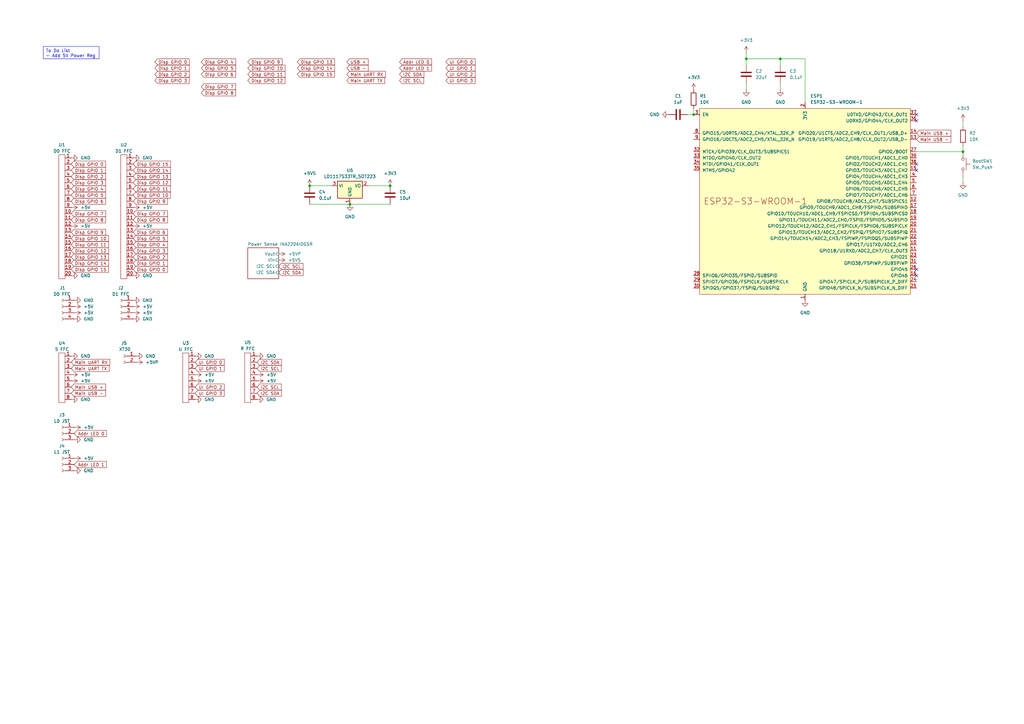
<source format=kicad_sch>
(kicad_sch (version 20231120) (generator "eeschema") (generator_version "8.0")
  (paper "A3")
  (lib_symbols
    (symbol "Connector:Conn_01x02_Socket" (pin_names (offset 1.016) hide)
      (property "Reference" "J" (at 0 2.54 0))
      (property "Value" "Conn_01x02_Socket" (at 0 -5.08 0))
      (symbol "Conn_01x02_Socket_1_1"
        (arc (start 0 -2.032) (mid -0.5058 -2.54) (end 0 -3.048) (stroke (width 0.1524)))
        (polyline (pts (xy -1.27 -2.54) (xy -0.508 -2.54)) (stroke (width 0.1524)))
        (polyline (pts (xy -1.27 0) (xy -0.508 0)) (stroke (width 0.1524)))
        (arc (start 0 0.508) (mid -0.5058 0) (end 0 -0.508) (stroke (width 0.1524)))
        (pin passive line (at -5.08 0 0) (length 3.81) (name "Pin_1") (number "1"))
        (pin passive line (at -5.08 -2.54 0) (length 3.81) (name "Pin_2") (number "2"))
      )
    )
    (symbol "Connector:Conn_01x03_Socket" (pin_names (offset 1.016) hide)
      (property "Reference" "J" (at 0 5.08 0))
      (property "Value" "Conn_01x03_Socket" (at 0 -5.08 0))
      (symbol "Conn_01x03_Socket_1_1"
        (arc (start 0 -2.032) (mid -0.5058 -2.54) (end 0 -3.048) (stroke (width 0.1524)))
        (polyline (pts (xy -1.27 -2.54) (xy -0.508 -2.54)) (stroke (width 0.1524)))
        (polyline (pts (xy -1.27 0) (xy -0.508 0)) (stroke (width 0.1524)))
        (polyline (pts (xy -1.27 2.54) (xy -0.508 2.54)) (stroke (width 0.1524)))
        (arc (start 0 0.508) (mid -0.5058 0) (end 0 -0.508) (stroke (width 0.1524)))
        (arc (start 0 3.048) (mid -0.5058 2.54) (end 0 2.032) (stroke (width 0.1524)))
        (pin passive line (at -5.08 2.54 0) (length 3.81) (name "Pin_1") (number "1"))
        (pin passive line (at -5.08 0 0) (length 3.81) (name "Pin_2") (number "2"))
        (pin passive line (at -5.08 -2.54 0) (length 3.81) (name "Pin_3") (number "3"))
      )
    )
    (symbol "Connector:Conn_01x04_Socket" (pin_names (offset 1.016) hide)
      (property "Reference" "J" (at 0 5.08 0))
      (property "Value" "Conn_01x04_Socket" (at 0 -7.62 0))
      (symbol "Conn_01x04_Socket_1_1"
        (arc (start 0 -4.572) (mid -0.5058 -5.08) (end 0 -5.588) (stroke (width 0.1524)))
        (arc (start 0 -2.032) (mid -0.5058 -2.54) (end 0 -3.048) (stroke (width 0.1524)))
        (polyline (pts (xy -1.27 -5.08) (xy -0.508 -5.08)) (stroke (width 0.1524)))
        (polyline (pts (xy -1.27 -2.54) (xy -0.508 -2.54)) (stroke (width 0.1524)))
        (polyline (pts (xy -1.27 0) (xy -0.508 0)) (stroke (width 0.1524)))
        (polyline (pts (xy -1.27 2.54) (xy -0.508 2.54)) (stroke (width 0.1524)))
        (arc (start 0 0.508) (mid -0.5058 0) (end 0 -0.508) (stroke (width 0.1524)))
        (arc (start 0 3.048) (mid -0.5058 2.54) (end 0 2.032) (stroke (width 0.1524)))
        (pin passive line (at -5.08 2.54 0) (length 3.81) (name "Pin_1") (number "1"))
        (pin passive line (at -5.08 0 0) (length 3.81) (name "Pin_2") (number "2"))
        (pin passive line (at -5.08 -2.54 0) (length 3.81) (name "Pin_3") (number "3"))
        (pin passive line (at -5.08 -5.08 0) (length 3.81) (name "Pin_4") (number "4"))
      )
    )
    (symbol "Device:C" (pin_numbers hide) (pin_names (offset 0.254))
      (property "Reference" "C" (at 0.635 2.54 0))
      (property "Value" "C" (at 0.635 -2.54 0))
      (symbol "C_0_1"
        (polyline (pts (xy -2.032 -0.762) (xy 2.032 -0.762)) (stroke (width 0.508)))
        (polyline (pts (xy -2.032 0.762) (xy 2.032 0.762)) (stroke (width 0.508)))
      )
      (symbol "C_1_1"
        (pin passive line (at 0 3.81 270) (length 2.794) (name "~") (number "1"))
        (pin passive line (at 0 -3.81 90) (length 2.794) (name "~") (number "2"))
      )
    )
    (symbol "Device:R" (pin_numbers hide) (pin_names (offset 0))
      (property "Reference" "R" (at 2.032 0 90))
      (property "Value" "R" (at 0 0 90))
      (symbol "R_0_1"
        (rectangle (start -1.016 -2.54) (end 1.016 2.54) (stroke (width 0.254)))
      )
      (symbol "R_1_1"
        (pin passive line (at 0 3.81 270) (length 1.27) (name "~") (number "1"))
        (pin passive line (at 0 -3.81 90) (length 1.27) (name "~") (number "2"))
      )
    )
    (symbol "FFC:FFC-20"
      (property "Reference" "U" (at 0 26.924 0))
      (symbol "FFC-20_0_1"
        (rectangle (start -1.27 25.4) (end 1.27 -25.4))
      )
      (symbol "FFC-20_1_1"
        (pin input line (at 3.81 24.13 180) (length 2.54) (name "") (number "1"))
        (pin input line (at 3.81 1.27 180) (length 2.54) (name "") (number "10"))
        (pin input line (at 3.81 -1.27 180) (length 2.54) (name "") (number "11"))
        (pin input line (at 3.81 -3.81 180) (length 2.54) (name "") (number "12"))
        (pin input line (at 3.81 -6.35 180) (length 2.54) (name "") (number "13"))
        (pin input line (at 3.81 -8.89 180) (length 2.54) (name "") (number "14"))
        (pin input line (at 3.81 -11.43 180) (length 2.54) (name "") (number "15"))
        (pin input line (at 3.81 -13.97 180) (length 2.54) (name "") (number "16"))
        (pin input line (at 3.81 -16.51 180) (length 2.54) (name "") (number "17"))
        (pin input line (at 3.81 -19.05 180) (length 2.54) (name "") (number "18"))
        (pin input line (at 3.81 -21.59 180) (length 2.54) (name "") (number "19"))
        (pin input line (at 3.81 21.59 180) (length 2.54) (name "") (number "2"))
        (pin input line (at 3.81 -24.13 180) (length 2.54) (name "") (number "20"))
        (pin input line (at 3.81 19.05 180) (length 2.54) (name "") (number "3"))
        (pin input line (at 3.81 16.51 180) (length 2.54) (name "") (number "4"))
        (pin input line (at 3.81 13.97 180) (length 2.54) (name "") (number "5"))
        (pin input line (at 3.81 11.43 180) (length 2.54) (name "") (number "6"))
        (pin input line (at 3.81 8.89 180) (length 2.54) (name "") (number "7"))
        (pin input line (at 3.81 6.35 180) (length 2.54) (name "") (number "8"))
        (pin input line (at 3.81 3.81 180) (length 2.54) (name "") (number "9"))
      )
    )
    (symbol "FFC:FFC-8"
      (property "Reference" "U" (at 0 11.684 0))
      (symbol "FFC-8_0_1"
        (rectangle (start -1.27 10.16) (end 1.27 -10.16))
      )
      (symbol "FFC-8_1_1"
        (pin input line (at 3.81 8.89 180) (length 2.54) (name "") (number "1"))
        (pin input line (at 3.81 6.35 180) (length 2.54) (name "") (number "2"))
        (pin input line (at 3.81 3.81 180) (length 2.54) (name "") (number "3"))
        (pin input line (at 3.81 1.27 180) (length 2.54) (name "") (number "4"))
        (pin input line (at 3.81 -1.27 180) (length 2.54) (name "") (number "5"))
        (pin input line (at 3.81 -3.81 180) (length 2.54) (name "") (number "6"))
        (pin input line (at 3.81 -6.35 180) (length 2.54) (name "") (number "7"))
        (pin input line (at 3.81 -8.89 180) (length 2.54) (name "") (number "8"))
      )
    )
    (symbol "PCM_Espressif:ESP32-S3-WROOM-1" (pin_names (offset 1.016))
      (property "Reference" "U" (at -43.18 43.18 0))
      (property "Value" "ESP32-S3-WROOM-1" (at -43.18 40.64 0))
      (symbol "ESP32-S3-WROOM-1_0_0"
        (text "ESP32-S3-WROOM-1" (at -20.32 0 0) (effects (font (size 2.54 2.54))))
        (pin power_in line (at 0 -40.64 90) (length 2.54) (name "GND") (number "1"))
        (pin bidirectional line (at 45.72 -17.78 180) (length 2.54) (name "GPIO17/U1TXD/ADC2_CH6") (number "10"))
        (pin bidirectional line (at 45.72 -20.32 180) (length 2.54) (name "GPIO18/U1RXD/ADC2_CH7/CLK_OUT3") (number "11"))
        (pin bidirectional line (at 45.72 0 180) (length 2.54) (name "GPIO8/TOUCH8/ADC1_CH7/SUBSPICS1") (number "12"))
        (pin bidirectional line (at 45.72 25.4 180) (length 2.54) (name "GPIO19/U1RTS/ADC2_CH8/CLK_OUT2/USB_D-") (number "13"))
        (pin bidirectional line (at 45.72 27.94 180) (length 2.54) (name "GPIO20/U1CTS/ADC2_CH9/CLK_OUT1/USB_D+") (number "14"))
        (pin bidirectional line (at 45.72 12.7 180) (length 2.54) (name "GPIO3/TOUCH3/ADC1_CH2") (number "15"))
        (pin bidirectional line (at 45.72 -30.48 180) (length 2.54) (name "GPIO46") (number "16"))
        (pin bidirectional line (at 45.72 -2.54 180) (length 2.54) (name "GPIO9/TOUCH9/ADC1_CH8/FSPIHD/SUBSPIHD") (number "17"))
        (pin bidirectional line (at 45.72 -5.08 180) (length 2.54) (name "GPIO10/TOUCH10/ADC1_CH9/FSPICS0/FSPIIO4/SUBSPICS0") (number "18"))
        (pin bidirectional line (at 45.72 -7.62 180) (length 2.54) (name "GPIO11/TOUCH11/ADC2_CH0/FSPID/FSPIIO5/SUBSPID") (number "19"))
        (pin power_in line (at 0 40.64 270) (length 2.54) (name "3V3") (number "2"))
        (pin bidirectional line (at 45.72 -10.16 180) (length 2.54) (name "GPIO12/TOUCH12/ADC2_CH1/FSPICLK/FSPIIO6/SUBSPICLK") (number "20"))
        (pin bidirectional line (at 45.72 -12.7 180) (length 2.54) (name "GPIO13/TOUCH13/ADC2_CH2/FSPIQ/FSPIIO7/SUBSPIQ") (number "21"))
        (pin bidirectional line (at 45.72 -15.24 180) (length 2.54) (name "GPIO14/TOUCH14/ADC2_CH3/FSPIWP/FSPIDQS/SUBSPIWP") (number "22"))
        (pin bidirectional line (at 45.72 -22.86 180) (length 2.54) (name "GPIO21") (number "23"))
        (pin bidirectional line (at 45.72 -33.02 180) (length 2.54) (name "GPIO47/SPICLK_P/SUBSPICLK_P_DIFF") (number "24"))
        (pin bidirectional line (at 45.72 -35.56 180) (length 2.54) (name "GPIO48/SPICLK_N/SUBSPICLK_N_DIFF") (number "25"))
        (pin bidirectional line (at 45.72 -27.94 180) (length 2.54) (name "GPIO45") (number "26"))
        (pin bidirectional line (at 45.72 20.32 180) (length 2.54) (name "GPIO0/BOOT") (number "27"))
        (pin bidirectional line (at -45.72 -30.48 0) (length 2.54) (name "SPIIO6/GPIO35/FSPID/SUBSPID") (number "28"))
        (pin bidirectional line (at -45.72 -33.02 0) (length 2.54) (name "SPIIO7/GPIO36/FSPICLK/SUBSPICLK") (number "29"))
        (pin input line (at -45.72 35.56 0) (length 2.54) (name "EN") (number "3"))
        (pin bidirectional line (at -45.72 -35.56 0) (length 2.54) (name "SPIDQS/GPIO37/FSPIQ/SUBSPIQ") (number "30"))
        (pin bidirectional line (at 45.72 -25.4 180) (length 2.54) (name "GPIO38/FSPIWP/SUBSPIWP") (number "31"))
        (pin bidirectional line (at -45.72 20.32 0) (length 2.54) (name "MTCK/GPIO39/CLK_OUT3/SUBSPICS1") (number "32"))
        (pin bidirectional line (at -45.72 17.78 0) (length 2.54) (name "MTDO/GPIO40/CLK_OUT2") (number "33"))
        (pin bidirectional line (at -45.72 15.24 0) (length 2.54) (name "MTDI/GPIO41/CLK_OUT1") (number "34"))
        (pin bidirectional line (at -45.72 12.7 0) (length 2.54) (name "MTMS/GPIO42") (number "35"))
        (pin bidirectional line (at 45.72 33.02 180) (length 2.54) (name "U0RXD/GPIO44/CLK_OUT2") (number "36"))
        (pin bidirectional line (at 45.72 35.56 180) (length 2.54) (name "U0TXD/GPIO43/CLK_OUT1") (number "37"))
        (pin bidirectional line (at 45.72 15.24 180) (length 2.54) (name "GPIO2/TOUCH2/ADC1_CH1") (number "38"))
        (pin bidirectional line (at 45.72 17.78 180) (length 2.54) (name "GPIO1/TOUCH1/ADC1_CH0") (number "39"))
        (pin bidirectional line (at 45.72 10.16 180) (length 2.54) (name "GPIO4/TOUCH4/ADC1_CH3") (number "4"))
        (pin passive line (at 0 -40.64 90) (length 2.54) hide (name "GND") (number "40"))
        (pin passive line (at 0 -40.64 90) (length 2.54) hide (name "GND") (number "41"))
        (pin bidirectional line (at 45.72 7.62 180) (length 2.54) (name "GPIO5/TOUCH5/ADC1_CH4") (number "5"))
        (pin bidirectional line (at 45.72 5.08 180) (length 2.54) (name "GPIO6/TOUCH6/ADC1_CH5") (number "6"))
        (pin bidirectional line (at 45.72 2.54 180) (length 2.54) (name "GPIO7/TOUCH7/ADC1_CH6") (number "7"))
        (pin bidirectional line (at -45.72 27.94 0) (length 2.54) (name "GPIO15/U0RTS/ADC2_CH4/XTAL_32K_P") (number "8"))
        (pin bidirectional line (at -45.72 25.4 0) (length 2.54) (name "GPIO16/U0CTS/ADC2_CH5/XTAL_32K_N") (number "9"))
      )
      (symbol "ESP32-S3-WROOM-1_0_1"
        (rectangle (start -43.18 38.1) (end 43.18 -38.1) (fill (type background)))
      )
    )
    (symbol "Regulator_Linear:LD1117S33TR_SOT223"
      (property "Reference" "U" (at -3.81 3.175 0))
      (property "Value" "LD1117S33TR_SOT223" (at 0 3.175 0))
      (symbol "LD1117S33TR_SOT223_0_1"
        (rectangle (start -5.08 -5.08) (end 5.08 1.905) (stroke (width 0.254)) (fill (type background)))
      )
      (symbol "LD1117S33TR_SOT223_1_1"
        (pin power_in line (at 0 -7.62 90) (length 2.54) (name "GND") (number "1"))
        (pin power_out line (at 7.62 0 180) (length 2.54) (name "VO") (number "2"))
        (pin power_in line (at -7.62 0 0) (length 2.54) (name "VI") (number "3"))
      )
    )
    (symbol "Switch:SW_Push" (pin_numbers hide) (pin_names (offset 1.016) hide)
      (property "Reference" "SW" (at 1.27 2.54 0))
      (property "Value" "SW_Push" (at 0 -1.524 0))
      (symbol "SW_Push_0_1"
        (circle (center -2.032 0) (radius 0.508))
        (polyline (pts (xy 0 1.27) (xy 0 3.048)))
        (polyline (pts (xy 2.54 1.27) (xy -2.54 1.27)))
        (circle (center 2.032 0) (radius 0.508))
        (pin passive line (at -5.08 0 0) (length 2.54) (name "1") (number "1"))
        (pin passive line (at 5.08 0 180) (length 2.54) (name "2") (number "2"))
      )
    )
    (symbol "power:+3V3" (power) (pin_numbers hide) (pin_names (offset 0) hide)
      (property "Value" "+3V3" (at 0 3.556 0))
      (symbol "+3V3_0_1"
        (polyline (pts (xy -0.762 1.27) (xy 0 2.54)))
        (polyline (pts (xy 0 0) (xy 0 2.54)))
        (polyline (pts (xy 0 2.54) (xy 0.762 1.27)))
      )
      (symbol "+3V3_1_1"
        (pin power_in line (at 0 0 90) (length 0) (name "~") (number "1"))
      )
    )
    (symbol "power:+5V" (power) (pin_numbers hide) (pin_names (offset 0) hide)
      (property "Value" "+5V" (at 0 3.556 0))
      (symbol "+5V_0_1"
        (polyline (pts (xy -0.762 1.27) (xy 0 2.54)))
        (polyline (pts (xy 0 0) (xy 0 2.54)))
        (polyline (pts (xy 0 2.54) (xy 0.762 1.27)))
      )
      (symbol "+5V_1_1"
        (pin power_in line (at 0 0 90) (length 0) (name "~") (number "1"))
      )
    )
    (symbol "power:+5VP" (power) (pin_numbers hide) (pin_names (offset 0) hide)
      (property "Value" "+5VP" (at 0 3.556 0))
      (symbol "+5VP_0_1"
        (polyline (pts (xy -0.762 1.27) (xy 0 2.54)))
        (polyline (pts (xy 0 0) (xy 0 2.54)))
        (polyline (pts (xy 0 2.54) (xy 0.762 1.27)))
      )
      (symbol "+5VP_1_1"
        (pin power_in line (at 0 0 90) (length 0) (name "~") (number "1"))
      )
    )
    (symbol "power:GND" (power) (pin_numbers hide) (pin_names (offset 0) hide)
      (property "Value" "GND" (at 0 -3.81 0))
      (symbol "GND_0_1"
        (polyline (pts (xy 0 0) (xy 0 -1.27) (xy 1.27 -1.27) (xy 0 -2.54) (xy -1.27 -1.27) (xy 0 -1.27)))
      )
      (symbol "GND_1_1"
        (pin power_in line (at 0 0 270) (length 0) (name "~") (number "1"))
      )
    )
  )
  (junction (at 160.02 76.2))
  (junction (at 306.07 24.13))
  (junction (at 394.97 62.23))
  (junction (at 127 76.2))
  (junction (at 143.51 83.82))
  (junction (at 284.48 46.99))
  (junction (at 320.04 24.13))
  (no_connect (at 375.92 46.99))
  (no_connect (at 375.92 69.85))
  (no_connect (at 375.92 67.31))
  (no_connect (at 375.92 110.49))
  (no_connect (at 375.92 49.53))
  (no_connect (at 375.92 113.03))
  (wire (pts (xy 306.07 21.59) (xy 306.07 24.13)))
  (wire (pts (xy 284.48 44.45) (xy 284.48 46.99)))
  (wire (pts (xy 320.04 34.29) (xy 320.04 36.83)))
  (wire (pts (xy 394.97 49.53) (xy 394.97 52.07)))
  (wire (pts (xy 281.94 46.99) (xy 284.48 46.99)))
  (wire (pts (xy 375.92 62.23) (xy 394.97 62.23)))
  (wire (pts (xy 394.97 59.69) (xy 394.97 62.23)))
  (wire (pts (xy 306.07 24.13) (xy 306.07 26.67)))
  (wire (pts (xy 143.51 83.82) (xy 160.02 83.82)))
  (wire (pts (xy 306.07 24.13) (xy 320.04 24.13)))
  (wire (pts (xy 330.2 24.13) (xy 330.2 41.91)))
  (wire (pts (xy 127 76.2) (xy 135.89 76.2)))
  (wire (pts (xy 127 83.82) (xy 143.51 83.82)))
  (wire (pts (xy 394.97 74.93) (xy 394.97 72.39)))
  (wire (pts (xy 320.04 24.13) (xy 330.2 24.13)))
  (wire (pts (xy 306.07 34.29) (xy 306.07 36.83)))
  (wire (pts (xy 320.04 24.13) (xy 320.04 26.67)))
  (wire (pts (xy 151.13 76.2) (xy 160.02 76.2)))
  (text_box "To Do List\n- Add 5V Power Reg" (at 17.78 19.05 0) (size 22.86 5.08) (effects (font (size 1.27 1.27)) (justify left top)))
  (global_label "Disp GPIO 6" (shape input) (at 29.21 82.55 0) (property "Intersheetrefs" "${INTERSHEET_REFS}" (effects (hide yes))))
  (global_label "Disp GPIO 6" (shape input) (at 54.61 95.25 0) (property "Intersheetrefs" "${INTERSHEET_REFS}" (effects (hide yes))))
  (global_label "Disp GPIO 10" (shape input) (at 29.21 97.79 0) (property "Intersheetrefs" "${INTERSHEET_REFS}" (effects (hide yes))))
  (global_label "Addr LED 1" (shape input) (at 163.83 27.94 0) (property "Intersheetrefs" "${INTERSHEET_REFS}" (effects (hide yes))))
  (global_label "Disp GPIO 5" (shape input) (at 54.61 97.79 0) (property "Intersheetrefs" "${INTERSHEET_REFS}" (effects (hide yes))))
  (global_label "Disp GPIO 3" (shape input) (at 29.21 74.93 0) (property "Intersheetrefs" "${INTERSHEET_REFS}" (effects (hide yes))))
  (global_label "Disp GPIO 0" (shape input) (at 29.21 67.31 0) (property "Intersheetrefs" "${INTERSHEET_REFS}" (effects (hide yes))))
  (global_label "Disp GPIO 9" (shape input) (at 29.21 95.25 0) (property "Intersheetrefs" "${INTERSHEET_REFS}" (effects (hide yes))))
  (global_label "Disp GPIO 0" (shape input) (at 63.5 25.4 0) (property "Intersheetrefs" "${INTERSHEET_REFS}" (effects (hide yes))))
  (global_label "UI GPIO 3" (shape input) (at 182.88 33.02 0) (property "Intersheetrefs" "${INTERSHEET_REFS}" (effects (hide yes))))
  (global_label "Addr LED 0" (shape input) (at 30.48 177.8 0) (property "Intersheetrefs" "${INTERSHEET_REFS}" (effects (hide yes))))
  (global_label "Disp GPIO 12" (shape input) (at 29.21 102.87 0) (property "Intersheetrefs" "${INTERSHEET_REFS}" (effects (hide yes))))
  (global_label "Disp GPIO 1" (shape input) (at 29.21 69.85 0) (property "Intersheetrefs" "${INTERSHEET_REFS}" (effects (hide yes))))
  (global_label "Disp GPIO 3" (shape input) (at 54.61 102.87 0) (property "Intersheetrefs" "${INTERSHEET_REFS}" (effects (hide yes))))
  (global_label "Disp GPIO 15" (shape input) (at 29.21 110.49 0) (property "Intersheetrefs" "${INTERSHEET_REFS}" (effects (hide yes))))
  (global_label "Disp GPIO 10" (shape input) (at 54.61 80.01 0) (property "Intersheetrefs" "${INTERSHEET_REFS}" (effects (hide yes))))
  (global_label "Disp GPIO 12" (shape input) (at 54.61 74.93 0) (property "Intersheetrefs" "${INTERSHEET_REFS}" (effects (hide yes))))
  (global_label "Disp GPIO 7" (shape input) (at 82.55 35.56 0) (property "Intersheetrefs" "${INTERSHEET_REFS}" (effects (hide yes))))
  (global_label "Disp GPIO 1" (shape input) (at 54.61 107.95 0) (property "Intersheetrefs" "${INTERSHEET_REFS}" (effects (hide yes))))
  (global_label "I2C SCL" (shape input) (at 114.3 109.22 0) (property "Intersheetrefs" "${INTERSHEET_REFS}" (effects (hide yes))))
  (global_label "USB -" (shape input) (at 142.24 27.94 0) (property "Intersheetrefs" "${INTERSHEET_REFS}" (effects (hide yes))))
  (global_label "Main USB -" (shape input) (at 29.21 161.29 0) (property "Intersheetrefs" "${INTERSHEET_REFS}" (effects (hide yes))))
  (global_label "Disp GPIO 4" (shape input) (at 82.55 25.4 0) (property "Intersheetrefs" "${INTERSHEET_REFS}" (effects (hide yes))))
  (global_label "Disp GPIO 5" (shape input) (at 29.21 80.01 0) (property "Intersheetrefs" "${INTERSHEET_REFS}" (effects (hide yes))))
  (global_label "UI GPIO 0" (shape input) (at 182.88 25.4 0) (property "Intersheetrefs" "${INTERSHEET_REFS}" (effects (hide yes))))
  (global_label "Disp GPIO 11" (shape input) (at 29.21 100.33 0) (property "Intersheetrefs" "${INTERSHEET_REFS}" (effects (hide yes))))
  (global_label "UI GPIO 2" (shape input) (at 80.01 158.75 0) (property "Intersheetrefs" "${INTERSHEET_REFS}" (effects (hide yes))))
  (global_label "Disp GPIO 2" (shape input) (at 63.5 30.48 0) (property "Intersheetrefs" "${INTERSHEET_REFS}" (effects (hide yes))))
  (global_label "Disp GPIO 9" (shape input) (at 54.61 82.55 0) (property "Intersheetrefs" "${INTERSHEET_REFS}" (effects (hide yes))))
  (global_label "Disp GPIO 6" (shape input) (at 82.55 30.48 0) (property "Intersheetrefs" "${INTERSHEET_REFS}" (effects (hide yes))))
  (global_label "Disp GPIO 9" (shape input) (at 101.6 25.4 0) (property "Intersheetrefs" "${INTERSHEET_REFS}" (effects (hide yes))))
  (global_label "I2C SDA" (shape input) (at 105.41 161.29 0) (property "Intersheetrefs" "${INTERSHEET_REFS}" (effects (hide yes))))
  (global_label "Disp GPIO 2" (shape input) (at 29.21 72.39 0) (property "Intersheetrefs" "${INTERSHEET_REFS}" (effects (hide yes))))
  (global_label "Disp GPIO 14" (shape input) (at 54.61 69.85 0) (property "Intersheetrefs" "${INTERSHEET_REFS}" (effects (hide yes))))
  (global_label "I2C SDA" (shape input) (at 114.3 111.76 0) (property "Intersheetrefs" "${INTERSHEET_REFS}" (effects (hide yes))))
  (global_label "UI GPIO 0" (shape input) (at 80.01 148.59 0) (property "Intersheetrefs" "${INTERSHEET_REFS}" (effects (hide yes))))
  (global_label "Disp GPIO 3" (shape input) (at 63.5 33.02 0) (property "Intersheetrefs" "${INTERSHEET_REFS}" (effects (hide yes))))
  (global_label "I2C SDA" (shape input) (at 163.83 30.48 0) (property "Intersheetrefs" "${INTERSHEET_REFS}" (effects (hide yes))))
  (global_label "Addr LED 1" (shape input) (at 30.48 190.5 0) (property "Intersheetrefs" "${INTERSHEET_REFS}" (effects (hide yes))))
  (global_label "Main USB +" (shape input) (at 375.92 54.61 0) (property "Intersheetrefs" "${INTERSHEET_REFS}" (effects (hide yes))))
  (global_label "Main UART RX" (shape input) (at 29.21 148.59 0) (property "Intersheetrefs" "${INTERSHEET_REFS}" (effects (hide yes))))
  (global_label "Disp GPIO 4" (shape input) (at 29.21 77.47 0) (property "Intersheetrefs" "${INTERSHEET_REFS}" (effects (hide yes))))
  (global_label "I2C SDA" (shape input) (at 105.41 148.59 0) (property "Intersheetrefs" "${INTERSHEET_REFS}" (effects (hide yes))))
  (global_label "Main UART TX" (shape input) (at 29.21 151.13 0) (property "Intersheetrefs" "${INTERSHEET_REFS}" (effects (hide yes))))
  (global_label "Disp GPIO 10" (shape input) (at 101.6 27.94 0) (property "Intersheetrefs" "${INTERSHEET_REFS}" (effects (hide yes))))
  (global_label "I2C SCL" (shape input) (at 163.83 33.02 0) (property "Intersheetrefs" "${INTERSHEET_REFS}" (effects (hide yes))))
  (global_label "Disp GPIO 1" (shape input) (at 63.5 27.94 0) (property "Intersheetrefs" "${INTERSHEET_REFS}" (effects (hide yes))))
  (global_label "UI GPIO 3" (shape input) (at 80.01 161.29 0) (property "Intersheetrefs" "${INTERSHEET_REFS}" (effects (hide yes))))
  (global_label "Disp GPIO 2" (shape input) (at 54.61 105.41 0) (property "Intersheetrefs" "${INTERSHEET_REFS}" (effects (hide yes))))
  (global_label "UI GPIO 1" (shape input) (at 182.88 27.94 0) (property "Intersheetrefs" "${INTERSHEET_REFS}" (effects (hide yes))))
  (global_label "Disp GPIO 15" (shape input) (at 121.92 30.48 0) (property "Intersheetrefs" "${INTERSHEET_REFS}" (effects (hide yes))))
  (global_label "I2C SCL" (shape input) (at 105.41 151.13 0) (property "Intersheetrefs" "${INTERSHEET_REFS}" (effects (hide yes))))
  (global_label "Main UART RX" (shape input) (at 142.24 30.48 0) (property "Intersheetrefs" "${INTERSHEET_REFS}" (effects (hide yes))))
  (global_label "UI GPIO 1" (shape input) (at 80.01 151.13 0) (property "Intersheetrefs" "${INTERSHEET_REFS}" (effects (hide yes))))
  (global_label "Disp GPIO 14" (shape input) (at 29.21 107.95 0) (property "Intersheetrefs" "${INTERSHEET_REFS}" (effects (hide yes))))
  (global_label "Disp GPIO 15" (shape input) (at 54.61 67.31 0) (property "Intersheetrefs" "${INTERSHEET_REFS}" (effects (hide yes))))
  (global_label "Disp GPIO 13" (shape input) (at 29.21 105.41 0) (property "Intersheetrefs" "${INTERSHEET_REFS}" (effects (hide yes))))
  (global_label "I2C SCL" (shape input) (at 105.41 158.75 0) (property "Intersheetrefs" "${INTERSHEET_REFS}" (effects (hide yes))))
  (global_label "Disp GPIO 13" (shape input) (at 54.61 72.39 0) (property "Intersheetrefs" "${INTERSHEET_REFS}" (effects (hide yes))))
  (global_label "Main USB +" (shape input) (at 29.21 158.75 0) (property "Intersheetrefs" "${INTERSHEET_REFS}" (effects (hide yes))))
  (global_label "Disp GPIO 0" (shape input) (at 54.61 110.49 0) (property "Intersheetrefs" "${INTERSHEET_REFS}" (effects (hide yes))))
  (global_label "Disp GPIO 8" (shape input) (at 82.55 38.1 0) (property "Intersheetrefs" "${INTERSHEET_REFS}" (effects (hide yes))))
  (global_label "Addr LED 0" (shape input) (at 163.83 25.4 0) (property "Intersheetrefs" "${INTERSHEET_REFS}" (effects (hide yes))))
  (global_label "Disp GPIO 14" (shape input) (at 121.92 27.94 0) (property "Intersheetrefs" "${INTERSHEET_REFS}" (effects (hide yes))))
  (global_label "Disp GPIO 13" (shape input) (at 121.92 25.4 0) (property "Intersheetrefs" "${INTERSHEET_REFS}" (effects (hide yes))))
  (global_label "Disp GPIO 11" (shape input) (at 101.6 30.48 0) (property "Intersheetrefs" "${INTERSHEET_REFS}" (effects (hide yes))))
  (global_label "Disp GPIO 11" (shape input) (at 54.61 77.47 0) (property "Intersheetrefs" "${INTERSHEET_REFS}" (effects (hide yes))))
  (global_label "USB +" (shape input) (at 142.24 25.4 0) (property "Intersheetrefs" "${INTERSHEET_REFS}" (effects (hide yes))))
  (global_label "UI GPIO 2" (shape input) (at 182.88 30.48 0) (property "Intersheetrefs" "${INTERSHEET_REFS}" (effects (hide yes))))
  (global_label "Disp GPIO 8" (shape input) (at 29.21 90.17 0) (property "Intersheetrefs" "${INTERSHEET_REFS}" (effects (hide yes))))
  (global_label "Disp GPIO 7" (shape input) (at 29.21 87.63 0) (property "Intersheetrefs" "${INTERSHEET_REFS}" (effects (hide yes))))
  (global_label "Disp GPIO 4" (shape input) (at 54.61 100.33 0) (property "Intersheetrefs" "${INTERSHEET_REFS}" (effects (hide yes))))
  (global_label "Main USB -" (shape input) (at 375.92 57.15 0) (property "Intersheetrefs" "${INTERSHEET_REFS}" (effects (hide yes))))
  (global_label "Disp GPIO 12" (shape input) (at 101.6 33.02 0) (property "Intersheetrefs" "${INTERSHEET_REFS}" (effects (hide yes))))
  (global_label "Disp GPIO 5" (shape input) (at 82.55 27.94 0) (property "Intersheetrefs" "${INTERSHEET_REFS}" (effects (hide yes))))
  (global_label "Disp GPIO 8" (shape input) (at 54.61 90.17 0) (property "Intersheetrefs" "${INTERSHEET_REFS}" (effects (hide yes))))
  (global_label "Disp GPIO 7" (shape input) (at 54.61 87.63 0) (property "Intersheetrefs" "${INTERSHEET_REFS}" (effects (hide yes))))
  (global_label "Main UART TX" (shape input) (at 142.24 33.02 0) (property "Intersheetrefs" "${INTERSHEET_REFS}" (effects (hide yes))))
  (symbol (lib_id "power:+3V3") (at 306.07 21.59 0) (unit 1)
    (property "Reference" "#PWR011" (effects (hide yes)))
    (property "Value" "+3V3" (at 306.07 16.51 0))
    (property "Description" "Power symbol creates a global label with name \"+3V3\"" (effects (hide yes)))
  )
  (symbol (lib_id "FFC:FFC-20") (at 50.8 88.9 0) (unit 1)
    (property "Reference" "U2" (at 50.8 59.436 0))
    (property "Value" "D1 FFC" (at 50.8 61.976 0))
    (property "Footprint" "FFC:FFC-20-0.5" (effects (hide yes)))
  )
  (symbol (lib_id "power:+5VP") (at 114.3 104.14 270) (unit 1)
    (property "Reference" "#PWR046" (effects (hide yes)))
    (property "Value" "+5VP" (at 118.11 104.1399 90) (effects (justify left)))
    (property "Description" "Power symbol creates a global label with name \"+5VP\"" (effects (hide yes)))
  )
  (symbol (lib_id "FFC:FFC-20") (at 25.4 88.9 0) (unit 1)
    (property "Reference" "U1" (at 25.4 59.436 0))
    (property "Value" "D0 FFC" (at 25.4 61.976 0))
    (property "Footprint" "FFC:FFC-20-0.5" (effects (hide yes)))
  )
  (symbol (lib_id "Connector:Conn_01x02_Socket") (at 50.8 146.05 0) (mirror y) (unit 1)
    (property "Reference" "J5" (at 52.07 140.716 0) (effects (justify left)))
    (property "Value" "XT30" (at 53.594 143.256 0) (effects (justify left)))
    (property "Footprint" "Connector_AMASS:AMASS_XT30U-M_1x02_P5.0mm_Vertical" (effects (hide yes)))
    (property "Description" "Generic connector, single row, 01x02, script generated" (effects (hide yes)))
  )
  (symbol (lib_id "power:GND") (at 30.48 180.34 90) (unit 1)
    (property "Reference" "#PWR041" (effects (hide yes)))
    (property "Value" "GND" (at 34.29 180.3399 90) (effects (justify right)))
    (property "Description" "Power symbol creates a global label with name \"GND\" , ground" (effects (hide yes)))
  )
  (symbol (lib_id "Device:R") (at 394.97 55.88 0) (unit 1)
    (property "Reference" "R2" (at 397.51 54.6099 0) (effects (justify left)))
    (property "Value" "10K" (at 397.51 57.1499 0) (effects (justify left)))
    (property "Footprint" "Resistor_SMD:R_0603_1608Metric" (effects (hide yes)))
    (property "Description" "Resistor" (effects (hide yes)))
  )
  (symbol (lib_id "power:+5V") (at 105.41 153.67 270) (unit 1)
    (property "Reference" "#PWR026" (effects (hide yes)))
    (property "Value" "+5V" (at 109.22 153.6699 90) (effects (justify left)))
    (property "Description" "Power symbol creates a global label with name \"+5V\"" (effects (hide yes)))
  )
  (symbol (lib_id "power:+5V") (at 80.01 153.67 270) (unit 1)
    (property "Reference" "#PWR018" (effects (hide yes)))
    (property "Value" "+5V" (at 83.82 153.6699 90) (effects (justify left)))
    (property "Description" "Power symbol creates a global label with name \"+5V\"" (effects (hide yes)))
  )
  (symbol (lib_id "power:+5VP") (at 127 76.2 0) (unit 1)
    (property "Reference" "#PWR029" (effects (hide yes)))
    (property "Value" "+5VS" (at 127 71.12 0))
    (property "Description" "Power symbol creates a global label with name \"+5VP\"" (effects (hide yes)))
  )
  (symbol (lib_id "Connector:Conn_01x04_Socket") (at 25.4 125.73 0) (mirror y) (unit 1)
    (property "Reference" "J1" (at 25.654 118.11 0))
    (property "Value" "D0 FFC" (at 25.4 120.65 0))
    (property "Footprint" "Connector_JST:JST_XH_B4B-XH-A_1x04_P2.50mm_Vertical" (effects (hide yes)))
    (property "Description" "Generic connector, single row, 01x04, script generated" (effects (hide yes)))
  )
  (symbol (lib_id "Device:C") (at 320.04 30.48 0) (unit 1)
    (property "Reference" "C3" (at 323.85 29.2099 0) (effects (justify left)))
    (property "Value" "0.1uF" (at 323.85 31.7499 0) (effects (justify left)))
    (property "Footprint" "Capacitor_SMD:C_0603_1608Metric_Pad1.08x0.95mm_HandSolder" (effects (hide yes)))
    (property "Description" "Unpolarized capacitor" (effects (hide yes)))
  )
  (symbol (lib_id "power:GND") (at 55.88 146.05 90) (unit 1)
    (property "Reference" "#PWR045" (effects (hide yes)))
    (property "Value" "GND" (at 59.69 146.0499 90) (effects (justify right)))
    (property "Description" "Power symbol creates a global label with name \"GND\" , ground" (effects (hide yes)))
  )
  (symbol (lib_id "power:GND") (at 80.01 163.83 90) (unit 1)
    (property "Reference" "#PWR020" (effects (hide yes)))
    (property "Value" "GND" (at 83.82 163.8299 90) (effects (justify right)))
    (property "Description" "Power symbol creates a global label with name \"GND\" , ground" (effects (hide yes)))
  )
  (symbol (lib_id "power:GND") (at 54.61 130.81 90) (unit 1)
    (property "Reference" "#PWR039" (effects (hide yes)))
    (property "Value" "GND" (at 58.42 130.8099 90) (effects (justify right)))
    (property "Description" "Power symbol creates a global label with name \"GND\" , ground" (effects (hide yes)))
  )
  (symbol (lib_id "PCM_Espressif:ESP32-S3-WROOM-1") (at 330.2 82.55 0) (unit 1)
    (property "Reference" "ESP1" (at 332.3941 39.37 0) (effects (justify left)))
    (property "Value" "ESP32-S3-WROOM-1" (at 332.3941 41.91 0) (effects (justify left)))
    (property "Footprint" "RF_Module:ESP32-S3-WROOM-1U" (effects (hide yes)))
    (property "Datasheet" "https://www.espressif.com/sites/default/files/documentation/esp32-s3-wroom-1_wroom-1u_datasheet_en.pdf" (effects (hide yes)))
    (property "Description" "2.4 GHz WiFi (802.11 b/g/n) and Bluetooth ® 5 (LE) module Built around ESP32S3 series of SoCs, Xtensa ® dualcore 32bit LX7 microprocessor Flash up to 16 MB, PSRAM up to 8 MB 36 GPIOs, rich set of peripherals Onboard PCB antenna" (effects (hide yes)))
  )
  (symbol (lib_id "power:+5V") (at 54.61 92.71 270) (unit 1)
    (property "Reference" "#PWR07" (effects (hide yes)))
    (property "Value" "+5V" (at 58.42 92.7099 90) (effects (justify left)))
    (property "Description" "Power symbol creates a global label with name \"+5V\"" (effects (hide yes)))
  )
  (symbol (lib_id "power:GND") (at 306.07 36.83 0) (unit 1)
    (property "Reference" "#PWR012" (effects (hide yes)))
    (property "Value" "GND" (at 306.07 41.91 0))
    (property "Description" "Power symbol creates a global label with name \"GND\" , ground" (effects (hide yes)))
  )
  (symbol (lib_id "power:GND") (at 30.48 130.81 90) (unit 1)
    (property "Reference" "#PWR035" (effects (hide yes)))
    (property "Value" "GND" (at 34.29 130.8099 90) (effects (justify right)))
    (property "Description" "Power symbol creates a global label with name \"GND\" , ground" (effects (hide yes)))
  )
  (symbol (lib_id "power:GND") (at 274.32 46.99 270) (unit 1)
    (property "Reference" "#PWR09" (effects (hide yes)))
    (property "Value" "GND" (at 270.51 46.9899 90) (effects (justify right)))
    (property "Description" "Power symbol creates a global label with name \"GND\" , ground" (effects (hide yes)))
  )
  (symbol (lib_id "power:GND") (at 105.41 163.83 90) (unit 1)
    (property "Reference" "#PWR028" (effects (hide yes)))
    (property "Value" "GND" (at 109.22 163.8299 90) (effects (justify right)))
    (property "Description" "Power symbol creates a global label with name \"GND\" , ground" (effects (hide yes)))
  )
  (symbol (lib_id "power:GND") (at 30.48 123.19 90) (unit 1)
    (property "Reference" "#PWR032" (effects (hide yes)))
    (property "Value" "GND" (at 34.29 123.1899 90) (effects (justify right)))
    (property "Description" "Power symbol creates a global label with name \"GND\" , ground" (effects (hide yes)))
  )
  (symbol (lib_id "power:+5VP") (at 114.3 106.68 270) (unit 1)
    (property "Reference" "#PWR047" (effects (hide yes)))
    (property "Value" "+5VS" (at 118.11 106.6799 90) (effects (justify left)))
    (property "Description" "Power symbol creates a global label with name \"+5VP\"" (effects (hide yes)))
  )
  (symbol (lib_id "power:GND") (at 80.01 146.05 90) (unit 1)
    (property "Reference" "#PWR017" (effects (hide yes)))
    (property "Value" "GND" (at 83.82 146.0499 90) (effects (justify right)))
    (property "Description" "Power symbol creates a global label with name \"GND\" , ground" (effects (hide yes)))
  )
  (symbol (lib_id "power:GND") (at 330.2 123.19 0) (unit 1)
    (property "Reference" "#PWR014" (effects (hide yes)))
    (property "Value" "GND" (at 330.2 128.27 0))
    (property "Description" "Power symbol creates a global label with name \"GND\" , ground" (effects (hide yes)))
  )
  (symbol (lib_id "Device:C") (at 306.07 30.48 0) (unit 1)
    (property "Reference" "C2" (at 309.88 29.2099 0) (effects (justify left)))
    (property "Value" "22uF" (at 309.88 31.7499 0) (effects (justify left)))
    (property "Footprint" "Capacitor_SMD:C_0603_1608Metric_Pad1.08x0.95mm_HandSolder" (effects (hide yes)))
    (property "Description" "Unpolarized capacitor" (effects (hide yes)))
  )
  (symbol (lib_id "power:GND") (at 29.21 163.83 90) (unit 1)
    (property "Reference" "#PWR024" (effects (hide yes)))
    (property "Value" "GND" (at 33.02 163.8299 90) (effects (justify right)))
    (property "Description" "Power symbol creates a global label with name \"GND\" , ground" (effects (hide yes)))
  )
  (symbol (lib_id "Switch:SW_Push") (at 394.97 67.31 270) (unit 1)
    (property "Reference" "BootSW1" (at 398.78 66.0399 90) (effects (justify left)))
    (property "Value" "SW_Push" (at 398.78 68.5799 90) (effects (justify left)))
    (property "Footprint" "Buttons:R-667843" (effects (hide yes)))
    (property "Description" "Push button switch, generic, two pins" (effects (hide yes)))
  )
  (symbol (lib_id "power:GND") (at 320.04 36.83 0) (unit 1)
    (property "Reference" "#PWR013" (effects (hide yes)))
    (property "Value" "GND" (at 320.04 41.91 0))
    (property "Description" "Power symbol creates a global label with name \"GND\" , ground" (effects (hide yes)))
  )
  (symbol (lib_id "Device:R") (at 284.48 40.64 0) (unit 1)
    (property "Reference" "R1" (at 287.02 39.3699 0) (effects (justify left)))
    (property "Value" "10K" (at 287.02 41.9099 0) (effects (justify left)))
    (property "Footprint" "Resistor_SMD:R_0603_1608Metric" (effects (hide yes)))
    (property "Description" "Resistor" (effects (hide yes)))
  )
  (symbol (lib_id "power:GND") (at 54.61 123.19 90) (unit 1)
    (property "Reference" "#PWR036" (effects (hide yes)))
    (property "Value" "GND" (at 58.42 123.1899 90) (effects (justify right)))
    (property "Description" "Power symbol creates a global label with name \"GND\" , ground" (effects (hide yes)))
  )
  (symbol (lib_id "power:+5V") (at 29.21 92.71 270) (unit 1)
    (property "Reference" "#PWR02" (effects (hide yes)))
    (property "Value" "+5V" (at 33.02 92.7099 90) (effects (justify left)))
    (property "Description" "Power symbol creates a global label with name \"+5V\"" (effects (hide yes)))
  )
  (symbol (lib_id "power:GND") (at 29.21 113.03 90) (unit 1)
    (property "Reference" "#PWR04" (effects (hide yes)))
    (property "Value" "GND" (at 33.02 113.0299 90) (effects (justify right)))
    (property "Description" "Power symbol creates a global label with name \"GND\" , ground" (effects (hide yes)))
  )
  (symbol (lib_id "Device:C") (at 160.02 80.01 0) (unit 1)
    (property "Reference" "C5" (at 163.83 78.7399 0) (effects (justify left)))
    (property "Value" "10uf" (at 163.83 81.2799 0) (effects (justify left)))
    (property "Footprint" "Capacitor_SMD:C_0402_1005Metric_Pad0.74x0.62mm_HandSolder" (effects (hide yes)))
    (property "Description" "Unpolarized capacitor" (effects (hide yes)))
  )
  (symbol (lib_id "power:+5V") (at 54.61 125.73 270) (unit 1)
    (property "Reference" "#PWR037" (effects (hide yes)))
    (property "Value" "+5V" (at 58.42 125.7299 90) (effects (justify left)))
    (property "Description" "Power symbol creates a global label with name \"+5V\"" (effects (hide yes)))
  )
  (symbol (lib_id "power:+5V") (at 29.21 85.09 270) (unit 1)
    (property "Reference" "#PWR01" (effects (hide yes)))
    (property "Value" "+5V" (at 33.02 85.0899 90) (effects (justify left)))
    (property "Description" "Power symbol creates a global label with name \"+5V\"" (effects (hide yes)))
  )
  (symbol (lib_id "FFC:FFC-8") (at 101.6 154.94 0) (unit 1)
    (property "Reference" "U5" (at 101.6 140.462 0))
    (property "Value" "R FFC" (at 101.6 143.002 0))
    (property "Footprint" "FFC:FFC-8-0.5" (effects (hide yes)))
  )
  (symbol (lib_id "power:+3V3") (at 394.97 49.53 0) (unit 1)
    (property "Reference" "#PWR015" (effects (hide yes)))
    (property "Value" "+3V3" (at 394.97 44.45 0))
    (property "Description" "Power symbol creates a global label with name \"+3V3\"" (effects (hide yes)))
  )
  (symbol (lib_id "power:+5V") (at 80.01 156.21 270) (unit 1)
    (property "Reference" "#PWR019" (effects (hide yes)))
    (property "Value" "+5V" (at 83.82 156.2099 90) (effects (justify left)))
    (property "Description" "Power symbol creates a global label with name \"+5V\"" (effects (hide yes)))
  )
  (symbol (lib_id "power:+5V") (at 30.48 175.26 270) (unit 1)
    (property "Reference" "#PWR040" (effects (hide yes)))
    (property "Value" "+5V" (at 34.29 175.2599 90) (effects (justify left)))
    (property "Description" "Power symbol creates a global label with name \"+5V\"" (effects (hide yes)))
  )
  (symbol (lib_id "power:+3V3") (at 284.48 36.83 0) (unit 1)
    (property "Reference" "#PWR010" (effects (hide yes)))
    (property "Value" "+3V3" (at 284.48 31.75 0))
    (property "Description" "Power symbol creates a global label with name \"+3V3\"" (effects (hide yes)))
  )
  (symbol (lib_id "FFC:FFC-8") (at 25.4 154.94 0) (unit 1)
    (property "Reference" "U4" (at 25.4 140.716 0))
    (property "Value" "S FFC" (at 25.4 143.256 0))
    (property "Footprint" "FFC:FFC-8-0.5" (effects (hide yes)))
  )
  (symbol (lib_id "Device:C") (at 127 80.01 0) (unit 1)
    (property "Reference" "C4" (at 130.81 78.7399 0) (effects (justify left)))
    (property "Value" "0.1uf" (at 130.81 81.2799 0) (effects (justify left)))
    (property "Footprint" "Capacitor_SMD:C_0402_1005Metric_Pad0.74x0.62mm_HandSolder" (effects (hide yes)))
    (property "Description" "Unpolarized capacitor" (effects (hide yes)))
  )
  (symbol (lib_id "power:GND") (at 54.61 64.77 90) (unit 1)
    (property "Reference" "#PWR05" (effects (hide yes)))
    (property "Value" "GND" (at 58.42 64.7699 90) (effects (justify right)))
    (property "Description" "Power symbol creates a global label with name \"GND\" , ground" (effects (hide yes)))
  )
  (symbol (lib_id "power:GND") (at 29.21 64.77 90) (unit 1)
    (property "Reference" "#PWR03" (effects (hide yes)))
    (property "Value" "GND" (at 33.02 64.7699 90) (effects (justify right)))
    (property "Description" "Power symbol creates a global label with name \"GND\" , ground" (effects (hide yes)))
  )
  (symbol (lib_id "power:+5V") (at 54.61 128.27 270) (unit 1)
    (property "Reference" "#PWR038" (effects (hide yes)))
    (property "Value" "+5V" (at 58.42 128.2699 90) (effects (justify left)))
    (property "Description" "Power symbol creates a global label with name \"+5V\"" (effects (hide yes)))
  )
  (symbol (lib_id "power:+5V") (at 105.41 156.21 270) (unit 1)
    (property "Reference" "#PWR027" (effects (hide yes)))
    (property "Value" "+5V" (at 109.22 156.2099 90) (effects (justify left)))
    (property "Description" "Power symbol creates a global label with name \"+5V\"" (effects (hide yes)))
  )
  (symbol (lib_id "power:GND") (at 29.21 146.05 90) (unit 1)
    (property "Reference" "#PWR021" (effects (hide yes)))
    (property "Value" "GND" (at 33.02 146.0499 90) (effects (justify right)))
    (property "Description" "Power symbol creates a global label with name \"GND\" , ground" (effects (hide yes)))
  )
  (symbol (lib_id "power:+3V3") (at 160.02 76.2 0) (unit 1)
    (property "Reference" "#PWR031" (effects (hide yes)))
    (property "Value" "+3V3" (at 160.02 71.12 0))
    (property "Description" "Power symbol creates a global label with name \"+3V3\"" (effects (hide yes)))
  )
  (symbol (lib_id "power:+5V") (at 30.48 128.27 270) (unit 1)
    (property "Reference" "#PWR034" (effects (hide yes)))
    (property "Value" "+5V" (at 34.29 128.2699 90) (effects (justify left)))
    (property "Description" "Power symbol creates a global label with name \"+5V\"" (effects (hide yes)))
  )
  (symbol (lib_id "power:GND") (at 143.51 83.82 0) (unit 1)
    (property "Reference" "#PWR030" (effects (hide yes)))
    (property "Value" "GND" (at 143.51 88.9 0))
    (property "Description" "Power symbol creates a global label with name \"GND\" , ground" (effects (hide yes)))
  )
  (symbol (lib_id "power:+5V") (at 30.48 187.96 270) (unit 1)
    (property "Reference" "#PWR042" (effects (hide yes)))
    (property "Value" "+5V" (at 34.29 187.9599 90) (effects (justify left)))
    (property "Description" "Power symbol creates a global label with name \"+5V\"" (effects (hide yes)))
  )
  (symbol (lib_id "power:+5V") (at 29.21 156.21 270) (unit 1)
    (property "Reference" "#PWR023" (effects (hide yes)))
    (property "Value" "+5V" (at 33.02 156.2099 90) (effects (justify left)))
    (property "Description" "Power symbol creates a global label with name \"+5V\"" (effects (hide yes)))
  )
  (symbol (lib_id "power:+5V") (at 29.21 153.67 270) (unit 1)
    (property "Reference" "#PWR022" (effects (hide yes)))
    (property "Value" "+5V" (at 33.02 153.6699 90) (effects (justify left)))
    (property "Description" "Power symbol creates a global label with name \"+5V\"" (effects (hide yes)))
  )
  (symbol (lib_id "Regulator_Linear:LD1117S33TR_SOT223") (at 143.51 76.2 0) (unit 1)
    (property "Reference" "U6" (at 143.51 69.85 0))
    (property "Value" "LD1117S33TR_SOT223" (at 143.51 72.39 0))
    (property "Footprint" "Package_TO_SOT_SMD:SOT-223-3_TabPin2" (effects (hide yes)))
    (property "Datasheet" "http://www.st.com/st-web-ui/static/active/en/resource/technical/document/datasheet/CD00000544.pdf" (effects (hide yes)))
    (property "Description" "800mA Fixed Low Drop Positive Voltage Regulator, Fixed Output 3.3V, SOT-223" (effects (hide yes)))
  )
  (symbol (lib_id "power:+5V") (at 54.61 85.09 270) (unit 1)
    (property "Reference" "#PWR06" (effects (hide yes)))
    (property "Value" "+5V" (at 58.42 85.0899 90) (effects (justify left)))
    (property "Description" "Power symbol creates a global label with name \"+5V\"" (effects (hide yes)))
  )
  (symbol (lib_id "power:+5V") (at 30.48 125.73 270) (unit 1)
    (property "Reference" "#PWR033" (effects (hide yes)))
    (property "Value" "+5V" (at 34.29 125.7299 90) (effects (justify left)))
    (property "Description" "Power symbol creates a global label with name \"+5V\"" (effects (hide yes)))
  )
  (symbol (lib_id "power:GND") (at 394.97 74.93 0) (unit 1)
    (property "Reference" "#PWR016" (effects (hide yes)))
    (property "Value" "GND" (at 394.97 80.01 0))
    (property "Description" "Power symbol creates a global label with name \"GND\" , ground" (effects (hide yes)))
  )
  (symbol (lib_id "Connector:Conn_01x03_Socket") (at 25.4 190.5 0) (mirror y) (unit 1)
    (property "Reference" "J4" (at 25.4 182.88 0))
    (property "Value" "L1 JST" (at 25.4 185.42 0))
    (property "Footprint" "Connector_JST:JST_GH_SM03B-GHS-TB_1x03-1MP_P1.25mm_Horizontal" (effects (hide yes)))
    (property "Description" "Generic connector, single row, 01x03, script generated" (effects (hide yes)))
  )
  (symbol (lib_id "Device:C") (at 278.13 46.99 90) (unit 1)
    (property "Reference" "C1" (at 278.13 39.37 90))
    (property "Value" "1uF" (at 278.13 41.91 90))
    (property "Footprint" "Capacitor_SMD:C_0603_1608Metric" (effects (hide yes)))
    (property "Description" "Unpolarized capacitor" (effects (hide yes)))
  )
  (symbol (lib_id "power:GND") (at 105.41 146.05 90) (unit 1)
    (property "Reference" "#PWR025" (effects (hide yes)))
    (property "Value" "GND" (at 109.22 146.0499 90) (effects (justify right)))
    (property "Description" "Power symbol creates a global label with name \"GND\" , ground" (effects (hide yes)))
  )
  (symbol (lib_id "power:GND") (at 30.48 193.04 90) (unit 1)
    (property "Reference" "#PWR043" (effects (hide yes)))
    (property "Value" "GND" (at 34.29 193.0399 90) (effects (justify right)))
    (property "Description" "Power symbol creates a global label with name \"GND\" , ground" (effects (hide yes)))
  )
  (symbol (lib_id "power:GND") (at 54.61 113.03 90) (unit 1)
    (property "Reference" "#PWR08" (effects (hide yes)))
    (property "Value" "GND" (at 58.42 113.0299 90) (effects (justify right)))
    (property "Description" "Power symbol creates a global label with name \"GND\" , ground" (effects (hide yes)))
  )
  (symbol (lib_id "Connector:Conn_01x04_Socket") (at 49.53 125.73 0) (mirror y) (unit 1)
    (property "Reference" "J2" (at 49.53 118.11 0))
    (property "Value" "D1 FFC" (at 49.53 120.65 0))
    (property "Footprint" "Connector_JST:JST_XH_B4B-XH-A_1x04_P2.50mm_Vertical" (effects (hide yes)))
    (property "Description" "Generic connector, single row, 01x04, script generated" (effects (hide yes)))
  )
  (symbol (lib_id "power:+5VP") (at 55.88 148.59 270) (unit 1)
    (property "Reference" "#PWR044" (effects (hide yes)))
    (property "Value" "+5VP" (at 59.69 148.5899 90) (effects (justify left)))
    (property "Description" "Power symbol creates a global label with name \"+5VP\"" (effects (hide yes)))
  )
  (symbol (lib_id "Connector:Conn_01x03_Socket") (at 25.4 177.8 0) (mirror y) (unit 1)
    (property "Reference" "J3" (at 25.4 170.18 0))
    (property "Value" "L0 JST" (at 25.4 172.72 0))
    (property "Footprint" "Connector_JST:JST_GH_SM03B-GHS-TB_1x03-1MP_P1.25mm_Horizontal" (effects (hide yes)))
    (property "Description" "Generic connector, single row, 01x03, script generated" (effects (hide yes)))
  )
  (symbol (lib_id "FFC:FFC-8") (at 76.2 154.94 0) (unit 1)
    (property "Reference" "U3" (at 76.2 140.716 0))
    (property "Value" "U FFC" (at 76.2 143.256 0))
    (property "Footprint" "FFC:FFC-8-0.5" (effects (hide yes)))
  )
  (sheet (at 101.6 101.6) (size 12.7 12.7) (stroke (width 0.1524))
    (property "Sheetname" "Power Sense INA220AIDGSR" (at 101.6 100.8884 0) (effects (justify left bottom)))
    (property "Sheetfile" "PowerSense.kicad_sch" (effects (hide yes)))
    (pin "I2C SDA" input (at 114.3 111.76 0))
    (pin "I2C SCL" input (at 114.3 109.22 0))
    (pin "Vout" input (at 114.3 104.14 0))
    (pin "Vin" input (at 114.3 106.68 0))
  )
)
</source>
